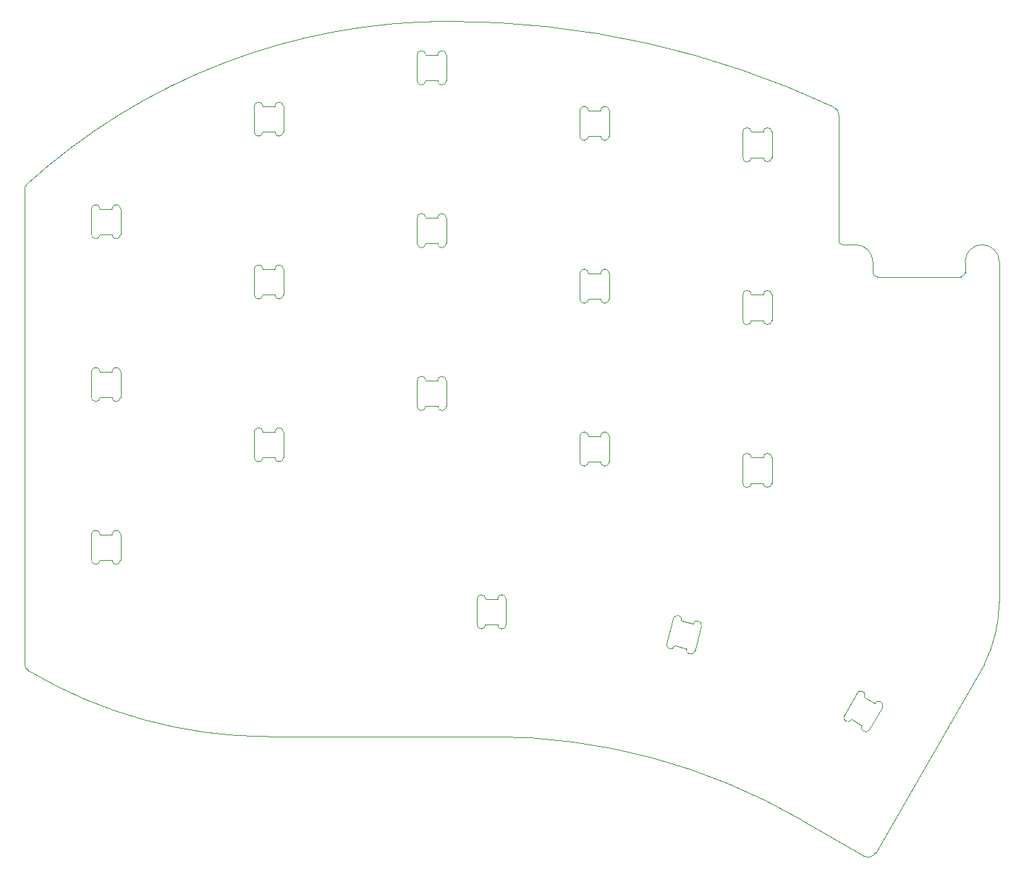
<source format=gm1>
G04 #@! TF.GenerationSoftware,KiCad,Pcbnew,9.0.2*
G04 #@! TF.CreationDate,2025-09-25T08:36:32+01:00*
G04 #@! TF.ProjectId,swoopt-soldered,73776f6f-7074-42d7-936f-6c6465726564,0.2.2*
G04 #@! TF.SameCoordinates,Original*
G04 #@! TF.FileFunction,Profile,NP*
%FSLAX46Y46*%
G04 Gerber Fmt 4.6, Leading zero omitted, Abs format (unit mm)*
G04 Created by KiCad (PCBNEW 9.0.2) date 2025-09-25 08:36:32*
%MOMM*%
%LPD*%
G01*
G04 APERTURE LIST*
G04 #@! TA.AperFunction,Profile*
%ADD10C,0.050000*%
G04 #@! TD*
G04 #@! TA.AperFunction,Profile*
%ADD11C,0.100000*%
G04 #@! TD*
G04 APERTURE END LIST*
D10*
X162005989Y-89733337D02*
X171786833Y-89732736D01*
X62256824Y-79588665D02*
X62256818Y-134988564D01*
X157505880Y-85483447D02*
X157505880Y-70787584D01*
X176287135Y-87982959D02*
X176286820Y-127767725D01*
X62580624Y-78852009D02*
G75*
G02*
X111881165Y-59837489I49300516J-54405501D01*
G01*
X62730219Y-135837920D02*
G75*
G02*
X62256869Y-134988564I525281J849320D01*
G01*
X159505823Y-85983273D02*
G75*
G02*
X161505827Y-87983410I-23J-2000027D01*
G01*
X156930622Y-69882009D02*
G75*
G02*
X157505912Y-70787584I-425122J-905591D01*
G01*
X116893613Y-143538569D02*
X90831732Y-143538910D01*
X160451841Y-157493707D02*
X153069154Y-153231306D01*
X162005989Y-89733337D02*
G75*
G02*
X161505963Y-89233340I11J500037D01*
G01*
X158005884Y-85983448D02*
X159505823Y-85983273D01*
X161505810Y-87983410D02*
X161505982Y-89233340D01*
X111881165Y-59837491D02*
G75*
G02*
X156930625Y-69882003I-565J-106047809D01*
G01*
X116893613Y-143538569D02*
G75*
G02*
X153069151Y-153231310I-13J-72354131D01*
G01*
X172286838Y-89232738D02*
X172287011Y-87982810D01*
X90831732Y-143538910D02*
G75*
G02*
X62730219Y-135837920I168J55123410D01*
G01*
X161817872Y-157127673D02*
G75*
G02*
X160451809Y-157493762I-866072J499973D01*
G01*
X158005884Y-85983448D02*
G75*
G02*
X157505952Y-85483447I16J499948D01*
G01*
X172286838Y-89232738D02*
G75*
G02*
X171786833Y-89732738I-500038J38D01*
G01*
X62256824Y-79588665D02*
G75*
G02*
X62580638Y-78852024I999876J-35D01*
G01*
X174287148Y-85982823D02*
G75*
G02*
X176287077Y-87982959I-48J-1999977D01*
G01*
X176286820Y-127767725D02*
G75*
G02*
X174540146Y-135091894I-16774020J129925D01*
G01*
X161817872Y-157127673D02*
X174540128Y-135091885D01*
X172287011Y-87982810D02*
G75*
G02*
X174287148Y-85982811I1999989J10D01*
G01*
D11*
X70081430Y-81783417D02*
X70081430Y-84783417D01*
X72481430Y-81783417D02*
X71081430Y-81783417D01*
X72481430Y-84783417D02*
X71081430Y-84783417D01*
X73481430Y-84783417D02*
X73481430Y-81783417D01*
X70081430Y-81783417D02*
G75*
G02*
X71081430Y-81783417I500000J0D01*
G01*
X71081430Y-84783417D02*
G75*
G02*
X70081430Y-84783417I-500000J0D01*
G01*
X72481430Y-81783417D02*
G75*
G02*
X73481430Y-81783417I500000J0D01*
G01*
X73481430Y-84783417D02*
G75*
G02*
X72481430Y-84783417I-500000J0D01*
G01*
X146281423Y-72782917D02*
X146281423Y-75782917D01*
X148681423Y-72782917D02*
X147281423Y-72782917D01*
X148681423Y-75782917D02*
X147281423Y-75782917D01*
X149681423Y-75782917D02*
X149681423Y-72782917D01*
X146281423Y-72782917D02*
G75*
G02*
X147281423Y-72782917I500000J0D01*
G01*
X147281423Y-75782917D02*
G75*
G02*
X146281423Y-75782917I-500000J0D01*
G01*
X148681423Y-72782917D02*
G75*
G02*
X149681423Y-72782917I500000J0D01*
G01*
X149681423Y-75782917D02*
G75*
G02*
X148681423Y-75782917I-500000J0D01*
G01*
X89131426Y-69783413D02*
X89131426Y-72783413D01*
X91531426Y-69783413D02*
X90131426Y-69783413D01*
X91531426Y-72783413D02*
X90131426Y-72783413D01*
X92531426Y-72783413D02*
X92531426Y-69783413D01*
X89131426Y-69783413D02*
G75*
G02*
X90131426Y-69783413I500000J0D01*
G01*
X90131426Y-72783413D02*
G75*
G02*
X89131426Y-72783413I-500000J0D01*
G01*
X91531426Y-69783413D02*
G75*
G02*
X92531426Y-69783413I500000J0D01*
G01*
X92531426Y-72783413D02*
G75*
G02*
X91531426Y-72783413I-500000J0D01*
G01*
X108181420Y-101882916D02*
X108181420Y-104882916D01*
X110581420Y-101882916D02*
X109181420Y-101882916D01*
X110581420Y-104882916D02*
X109181420Y-104882916D01*
X111581420Y-104882916D02*
X111581420Y-101882916D01*
X108181420Y-101882916D02*
G75*
G02*
X109181420Y-101882916I500000J0D01*
G01*
X109181420Y-104882916D02*
G75*
G02*
X108181420Y-104882916I-500000J0D01*
G01*
X110581420Y-101882916D02*
G75*
G02*
X111581420Y-101882916I500000J0D01*
G01*
X111581420Y-104882916D02*
G75*
G02*
X110581420Y-104882916I-500000J0D01*
G01*
X108181430Y-63782912D02*
X108181430Y-66782912D01*
X110581430Y-63782912D02*
X109181430Y-63782912D01*
X110581430Y-66782912D02*
X109181430Y-66782912D01*
X111581430Y-66782912D02*
X111581430Y-63782912D01*
X108181430Y-63782912D02*
G75*
G02*
X109181430Y-63782912I500000J0D01*
G01*
X109181430Y-66782912D02*
G75*
G02*
X108181430Y-66782912I-500000J0D01*
G01*
X110581430Y-63782912D02*
G75*
G02*
X111581430Y-63782912I500000J0D01*
G01*
X111581430Y-66782912D02*
G75*
G02*
X110581430Y-66782912I-500000J0D01*
G01*
X115193553Y-127433396D02*
X115193553Y-130433396D01*
X117593553Y-127433396D02*
X116193553Y-127433396D01*
X117593553Y-130433396D02*
X116193553Y-130433396D01*
X118593553Y-130433396D02*
X118593553Y-127433396D01*
X115193553Y-127433396D02*
G75*
G02*
X116193553Y-127433396I500000J0D01*
G01*
X116193553Y-130433396D02*
G75*
G02*
X115193553Y-130433396I-500000J0D01*
G01*
X117593553Y-127433396D02*
G75*
G02*
X118593553Y-127433396I500000J0D01*
G01*
X118593553Y-130433396D02*
G75*
G02*
X117593553Y-130433396I-500000J0D01*
G01*
X146281420Y-91832911D02*
X146281420Y-94832911D01*
X148681420Y-91832911D02*
X147281420Y-91832911D01*
X148681420Y-94832911D02*
X147281420Y-94832911D01*
X149681420Y-94832911D02*
X149681420Y-91832911D01*
X146281420Y-91832911D02*
G75*
G02*
X147281420Y-91832911I500000J0D01*
G01*
X147281420Y-94832911D02*
G75*
G02*
X146281420Y-94832911I-500000J0D01*
G01*
X148681420Y-91832911D02*
G75*
G02*
X149681420Y-91832911I500000J0D01*
G01*
X149681420Y-94832911D02*
G75*
G02*
X148681420Y-94832911I-500000J0D01*
G01*
X159649147Y-138434086D02*
X158149147Y-141032163D01*
X160227608Y-142232163D02*
X159015172Y-141532163D01*
X161093633Y-142732163D02*
X162593633Y-140134086D01*
X161727608Y-139634086D02*
X160515172Y-138934086D01*
X159015172Y-141532163D02*
G75*
G02*
X158149148Y-141032163I-433012J250000D01*
G01*
X159649147Y-138434086D02*
G75*
G02*
X160515173Y-138934086I433013J-250000D01*
G01*
X161093633Y-142732163D02*
G75*
G02*
X160227607Y-142232163I-433013J250000D01*
G01*
X161727608Y-139634086D02*
G75*
G02*
X162593633Y-140134086I433012J-250001D01*
G01*
X108181426Y-82832917D02*
X108181426Y-85832917D01*
X110581426Y-82832917D02*
X109181426Y-82832917D01*
X110581426Y-85832917D02*
X109181426Y-85832917D01*
X111581426Y-85832917D02*
X111581426Y-82832917D01*
X108181426Y-82832917D02*
G75*
G02*
X109181426Y-82832917I500000J0D01*
G01*
X109181426Y-85832917D02*
G75*
G02*
X108181426Y-85832917I-500000J0D01*
G01*
X110581426Y-82832917D02*
G75*
G02*
X111581426Y-82832917I500000J0D01*
G01*
X111581426Y-85832917D02*
G75*
G02*
X110581426Y-85832917I-500000J0D01*
G01*
X70081420Y-119883410D02*
X70081420Y-122883410D01*
X72481420Y-119883410D02*
X71081420Y-119883410D01*
X72481420Y-122883410D02*
X71081420Y-122883410D01*
X73481420Y-122883410D02*
X73481420Y-119883410D01*
X70081420Y-119883410D02*
G75*
G02*
X71081420Y-119883410I500000J0D01*
G01*
X71081420Y-122883410D02*
G75*
G02*
X70081420Y-122883410I-500000J0D01*
G01*
X72481420Y-119883410D02*
G75*
G02*
X73481420Y-119883410I500000J0D01*
G01*
X73481420Y-122883410D02*
G75*
G02*
X72481420Y-122883410I-500000J0D01*
G01*
X138145420Y-129737833D02*
X137368963Y-132635611D01*
X139687185Y-133256776D02*
X138334889Y-132894430D01*
X140463642Y-130358999D02*
X139111346Y-129996652D01*
X140653111Y-133515596D02*
X141429568Y-130617818D01*
X138145420Y-129737833D02*
G75*
G02*
X139111346Y-129996652I482963J-129410D01*
G01*
X138334889Y-132894430D02*
G75*
G02*
X137368963Y-132635611I-482963J129410D01*
G01*
X140463642Y-130358999D02*
G75*
G02*
X141429568Y-130617818I482963J-129409D01*
G01*
X140653111Y-133515596D02*
G75*
G02*
X139687185Y-133256776I-482963J129410D01*
G01*
X127231421Y-108382914D02*
X127231421Y-111382914D01*
X129631421Y-108382914D02*
X128231421Y-108382914D01*
X129631421Y-111382914D02*
X128231421Y-111382914D01*
X130631421Y-111382914D02*
X130631421Y-108382914D01*
X127231421Y-108382914D02*
G75*
G02*
X128231421Y-108382914I500000J0D01*
G01*
X128231421Y-111382914D02*
G75*
G02*
X127231421Y-111382914I-500000J0D01*
G01*
X129631421Y-108382914D02*
G75*
G02*
X130631421Y-108382914I500000J0D01*
G01*
X130631421Y-111382914D02*
G75*
G02*
X129631421Y-111382914I-500000J0D01*
G01*
X146281420Y-110882914D02*
X146281420Y-113882914D01*
X148681420Y-110882914D02*
X147281420Y-110882914D01*
X148681420Y-113882914D02*
X147281420Y-113882914D01*
X149681420Y-113882914D02*
X149681420Y-110882914D01*
X146281420Y-110882914D02*
G75*
G02*
X147281420Y-110882914I500000J0D01*
G01*
X147281420Y-113882914D02*
G75*
G02*
X146281420Y-113882914I-500000J0D01*
G01*
X148681420Y-110882914D02*
G75*
G02*
X149681420Y-110882914I500000J0D01*
G01*
X149681420Y-113882914D02*
G75*
G02*
X148681420Y-113882914I-500000J0D01*
G01*
X127231428Y-89332918D02*
X127231428Y-92332918D01*
X129631428Y-89332918D02*
X128231428Y-89332918D01*
X129631428Y-92332918D02*
X128231428Y-92332918D01*
X130631428Y-92332918D02*
X130631428Y-89332918D01*
X127231428Y-89332918D02*
G75*
G02*
X128231428Y-89332918I500000J0D01*
G01*
X128231428Y-92332918D02*
G75*
G02*
X127231428Y-92332918I-500000J0D01*
G01*
X129631428Y-89332918D02*
G75*
G02*
X130631428Y-89332918I500000J0D01*
G01*
X130631428Y-92332918D02*
G75*
G02*
X129631428Y-92332918I-500000J0D01*
G01*
X127231421Y-70282919D02*
X127231421Y-73282919D01*
X129631421Y-70282919D02*
X128231421Y-70282919D01*
X129631421Y-73282919D02*
X128231421Y-73282919D01*
X130631421Y-73282919D02*
X130631421Y-70282919D01*
X127231421Y-70282919D02*
G75*
G02*
X128231421Y-70282919I500000J0D01*
G01*
X128231421Y-73282919D02*
G75*
G02*
X127231421Y-73282919I-500000J0D01*
G01*
X129631421Y-70282919D02*
G75*
G02*
X130631421Y-70282919I500000J0D01*
G01*
X130631421Y-73282919D02*
G75*
G02*
X129631421Y-73282919I-500000J0D01*
G01*
X89131424Y-88833414D02*
X89131424Y-91833414D01*
X91531424Y-88833414D02*
X90131424Y-88833414D01*
X91531424Y-91833414D02*
X90131424Y-91833414D01*
X92531424Y-91833414D02*
X92531424Y-88833414D01*
X89131424Y-88833414D02*
G75*
G02*
X90131424Y-88833414I500000J0D01*
G01*
X90131424Y-91833414D02*
G75*
G02*
X89131424Y-91833414I-500000J0D01*
G01*
X91531424Y-88833414D02*
G75*
G02*
X92531424Y-88833414I500000J0D01*
G01*
X92531424Y-91833414D02*
G75*
G02*
X91531424Y-91833414I-500000J0D01*
G01*
X70081422Y-100833415D02*
X70081422Y-103833415D01*
X72481422Y-100833415D02*
X71081422Y-100833415D01*
X72481422Y-103833415D02*
X71081422Y-103833415D01*
X73481422Y-103833415D02*
X73481422Y-100833415D01*
X70081422Y-100833415D02*
G75*
G02*
X71081422Y-100833415I500000J0D01*
G01*
X71081422Y-103833415D02*
G75*
G02*
X70081422Y-103833415I-500000J0D01*
G01*
X72481422Y-100833415D02*
G75*
G02*
X73481422Y-100833415I500000J0D01*
G01*
X73481422Y-103833415D02*
G75*
G02*
X72481422Y-103833415I-500000J0D01*
G01*
X89131423Y-107883410D02*
X89131423Y-110883410D01*
X91531423Y-107883410D02*
X90131423Y-107883410D01*
X91531423Y-110883410D02*
X90131423Y-110883410D01*
X92531423Y-110883410D02*
X92531423Y-107883410D01*
X89131423Y-107883410D02*
G75*
G02*
X90131423Y-107883410I500000J0D01*
G01*
X90131423Y-110883410D02*
G75*
G02*
X89131423Y-110883410I-500000J0D01*
G01*
X91531423Y-107883410D02*
G75*
G02*
X92531423Y-107883410I500000J0D01*
G01*
X92531423Y-110883410D02*
G75*
G02*
X91531423Y-110883410I-500000J0D01*
G01*
M02*

</source>
